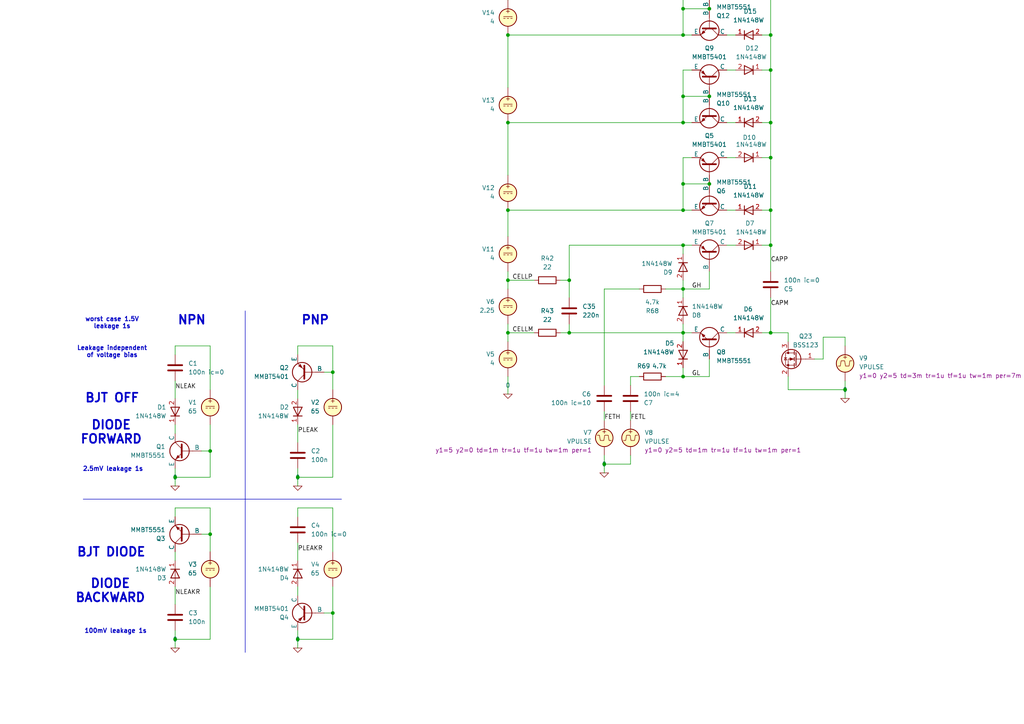
<source format=kicad_sch>
(kicad_sch (version 20250114) (generator "eeschema") (generator_version "9.0")
  (paper "A4")
  (text "DIODE\nFORWARD" (at 32.258 125.476 0) (effects (font (size 2.54 2.54) (thickness 0.508) (bold yes))))
  (text "100mV leakage 1s" (at 33.528 183.134 0) (effects (font (size 1.27 1.27) (thickness 0.254) (bold yes))))
  (text "BJT DIODE" (at 32.258 160.274 0) (effects (font (size 2.54 2.54) (thickness 0.508) (bold yes))))
  (text "DIODE\nBACKWARD" (at 32.004 171.45 0) (effects (font (size 2.54 2.54) (thickness 0.508) (bold yes))))
  (text "2.5mV leakage 1s" (at 32.766 136.144 0) (effects (font (size 1.27 1.27) (thickness 0.254) (bold yes))))
  (text "worst case 1.5V\nleakage 1s" (at 32.512 93.726 0) (effects (font (size 1.27 1.27) (thickness 0.254) (bold yes))))
  (text "BJT OFF" (at 32.512 115.57 0) (effects (font (size 2.54 2.54) (thickness 0.508) (bold yes))))
  (text "NPN" (at 55.626 92.964 0) (effects (font (size 2.54 2.54) (thickness 0.508) (bold yes))))
  (text "Leakage independent\nof voltage bias" (at 32.512 102.108 0) (effects (font (size 1.27 1.27) (thickness 0.254) (bold yes))))
  (text "PNP" (at 91.44 92.964 0) (effects (font (size 2.54 2.54) (thickness 0.508) (bold yes))))
  (junction (at 223.52 -15.24))
  (junction (at 198.12 -91.44))
  (junction (at 147.32 -66.04))
  (junction (at 198.12 -73.66))
  (junction (at 165.1 96.52))
  (junction (at 198.12 -40.64))
  (junction (at 198.12 -15.24))
  (junction (at 205.74 -99.06))
  (junction (at 223.52 -116.84))
  (junction (at 198.12 53.34))
  (junction (at 198.12 71.12))
  (junction (at 198.12 109.22))
  (junction (at 223.52 -40.64))
  (junction (at 198.12 83.82))
  (junction (at 223.52 -30.48))
  (junction (at 205.74 -48.26))
  (junction (at 147.32 35.56))
  (junction (at 198.12 10.16))
  (junction (at 223.52 -55.88))
  (junction (at 205.74 -22.86))
  (junction (at 198.12 96.52))
  (junction (at 147.32 -15.24))
  (junction (at 223.52 -106.68))
  (junction (at 205.74 27.94))
  (junction (at 198.12 -48.26))
  (junction (at 96.52 107.95))
  (junction (at 245.11 113.03))
  (junction (at 223.52 -91.44))
  (junction (at 86.36 185.42))
  (junction (at 205.74 -124.46))
  (junction (at 198.12 2.54))
  (junction (at 223.52 -66.04))
  (junction (at 50.8 138.43))
  (junction (at 198.12 -66.04))
  (junction (at 198.12 35.56))
  (junction (at 60.96 130.81))
  (junction (at 198.12 -22.86))
  (junction (at 198.12 -99.06))
  (junction (at 223.52 60.96))
  (junction (at 223.52 10.16))
  (junction (at 198.12 27.94))
  (junction (at 60.96 154.94))
  (junction (at 223.52 35.56))
  (junction (at 223.52 20.32))
  (junction (at 223.52 45.72))
  (junction (at 147.32 60.96))
  (junction (at 223.52 96.52))
  (junction (at 223.52 -5.08))
  (junction (at 198.12 -124.46))
  (junction (at 223.52 -81.28))
  (junction (at 147.32 -91.44))
  (junction (at 147.32 10.16))
  (junction (at 205.74 2.54))
  (junction (at 223.52 71.12))
  (junction (at 205.74 -73.66))
  (junction (at 50.8 185.42))
  (junction (at 198.12 -116.84))
  (junction (at 175.26 134.62))
  (junction (at 147.32 81.28))
  (junction (at 86.36 138.43))
  (junction (at 205.74 53.34))
  (junction (at 165.1 81.28))
  (junction (at 147.32 96.52))
  (junction (at 96.52 177.8))
  (junction (at 198.12 60.96))
  (junction (at 147.32 -40.64))
  (wire (pts (xy 50.8 182.88) (xy 50.8 185.42)))
  (wire (pts (xy 200.66 -40.64) (xy 198.12 -40.64)))
  (wire (pts (xy 198.12 -22.86) (xy 205.74 -22.86)))
  (wire (pts (xy 200.66 -66.04) (xy 198.12 -66.04)))
  (wire (pts (xy 198.12 -55.88) (xy 200.66 -55.88)))
  (wire (pts (xy 198.12 -116.84) (xy 198.12 -124.46)))
  (wire (pts (xy 220.98 -15.24) (xy 223.52 -15.24)))
  (wire (pts (xy 86.36 100.33) (xy 86.36 102.87)))
  (wire (pts (xy 198.12 -66.04) (xy 198.12 -73.66)))
  (wire (pts (xy 223.52 -106.68) (xy 223.52 -91.44)))
  (wire (pts (xy 60.96 185.42) (xy 60.96 170.18)))
  (wire (pts (xy 198.12 71.12) (xy 198.12 73.66)))
  (wire (pts (xy 147.32 96.52) (xy 154.94 96.52)))
  (wire (pts (xy 198.12 53.34) (xy 205.74 53.34)))
  (wire (pts (xy 165.1 71.12) (xy 165.1 81.28)))
  (wire (pts (xy 220.98 -81.28) (xy 223.52 -81.28)))
  (wire (pts (xy 200.66 -116.84) (xy 198.12 -116.84)))
  (wire (pts (xy 50.8 110.49) (xy 50.8 115.57)))
  (wire (pts (xy 198.12 -106.68) (xy 200.66 -106.68)))
  (wire (pts (xy 60.96 138.43) (xy 60.96 130.81)))
  (wire (pts (xy 223.52 78.74) (xy 223.52 71.12)))
  (wire (pts (xy 198.12 81.28) (xy 198.12 83.82)))
  (wire (pts (xy 238.76 104.14) (xy 238.76 97.79)))
  (wire (pts (xy 220.98 10.16) (xy 223.52 10.16)))
  (wire (pts (xy 198.12 109.22) (xy 205.74 109.22)))
  (wire (pts (xy 165.1 96.52) (xy 165.1 93.98)))
  (wire (pts (xy 147.32 35.56) (xy 198.12 35.56)))
  (wire (pts (xy 165.1 71.12) (xy 198.12 71.12)))
  (wire (pts (xy 200.66 60.96) (xy 198.12 60.96)))
  (wire (pts (xy 210.82 -116.84) (xy 213.36 -116.84)))
  (wire (pts (xy 223.52 10.16) (xy 223.52 20.32)))
  (wire (pts (xy 147.32 -66.04) (xy 198.12 -66.04)))
  (wire (pts (xy 210.82 -91.44) (xy 213.36 -91.44)))
  (wire (pts (xy 198.12 10.16) (xy 198.12 2.54)))
  (wire (pts (xy 210.82 60.96) (xy 213.36 60.96)))
  (wire (pts (xy 50.8 160.02) (xy 50.8 162.56)))
  (wire (pts (xy 220.98 -66.04) (xy 223.52 -66.04)))
  (wire (pts (xy 220.98 -30.48) (xy 223.52 -30.48)))
  (wire (pts (xy 210.82 -30.48) (xy 213.36 -30.48)))
  (wire (pts (xy 220.98 -116.84) (xy 223.52 -116.84)))
  (wire (pts (xy 198.12 -15.24) (xy 198.12 -22.86)))
  (wire (pts (xy 182.88 109.22) (xy 185.42 109.22)))
  (wire (pts (xy 175.26 83.82) (xy 185.42 83.82)))
  (wire (pts (xy 96.52 147.32) (xy 96.52 160.02)))
  (wire (pts (xy 223.52 -55.88) (xy 223.52 -40.64)))
  (wire (pts (xy 198.12 -132.08) (xy 198.12 -124.46)))
  (wire (pts (xy 147.32 10.16) (xy 198.12 10.16)))
  (wire (pts (xy 198.12 27.94) (xy 205.74 27.94)))
  (wire (pts (xy 198.12 -48.26) (xy 205.74 -48.26)))
  (wire (pts (xy 245.11 110.49) (xy 245.11 113.03)))
  (wire (pts (xy 223.52 -30.48) (xy 223.52 -15.24)))
  (wire (pts (xy 200.66 10.16) (xy 198.12 10.16)))
  (wire (pts (xy 86.36 157.48) (xy 86.36 162.56)))
  (wire (pts (xy 198.12 -81.28) (xy 200.66 -81.28)))
  (wire (pts (xy 245.11 113.03) (xy 228.6 113.03)))
  (wire (pts (xy 210.82 -15.24) (xy 213.36 -15.24)))
  (wire (pts (xy 238.76 97.79) (xy 245.11 97.79)))
  (wire (pts (xy 210.82 -132.08) (xy 213.36 -132.08)))
  (wire (pts (xy 198.12 -132.08) (xy 200.66 -132.08)))
  (wire (pts (xy 175.26 83.82) (xy 175.26 111.76)))
  (wire (pts (xy 96.52 177.8) (xy 96.52 170.18)))
  (wire (pts (xy 220.98 -40.64) (xy 223.52 -40.64)))
  (wire (pts (xy 210.82 96.52) (xy 213.36 96.52)))
  (wire (pts (xy 220.98 20.32) (xy 223.52 20.32)))
  (wire (pts (xy 198.12 83.82) (xy 205.74 83.82)))
  (wire (pts (xy 220.98 60.96) (xy 223.52 60.96)))
  (wire (pts (xy 147.32 96.52) (xy 147.32 99.06)))
  (wire (pts (xy 93.98 177.8) (xy 96.52 177.8)))
  (wire (pts (xy 223.52 -91.44) (xy 223.52 -81.28)))
  (wire (pts (xy 223.52 -40.64) (xy 223.52 -30.48)))
  (wire (pts (xy 50.8 170.18) (xy 50.8 175.26)))
  (wire (pts (xy 223.52 35.56) (xy 223.52 45.72)))
  (wire (pts (xy 223.52 20.32) (xy 223.52 35.56)))
  (wire (pts (xy 200.66 -91.44) (xy 198.12 -91.44)))
  (wire (pts (xy 165.1 81.28) (xy 165.1 86.36)))
  (wire (pts (xy 96.52 107.95) (xy 96.52 113.03)))
  (wire (pts (xy 205.74 109.22) (xy 205.74 104.14)))
  (wire (pts (xy 60.96 100.33) (xy 50.8 100.33)))
  (wire (pts (xy 198.12 -91.44) (xy 198.12 -99.06)))
  (wire (pts (xy 86.36 147.32) (xy 86.36 149.86)))
  (wire (pts (xy 223.52 96.52) (xy 228.6 96.52)))
  (wire (pts (xy 210.82 -5.08) (xy 213.36 -5.08)))
  (wire (pts (xy 147.32 60.96) (xy 147.32 68.58)))
  (wire (pts (xy 198.12 -106.68) (xy 198.12 -99.06)))
  (wire (pts (xy 198.12 -40.64) (xy 198.12 -48.26)))
  (wire (pts (xy 147.32 -91.44) (xy 147.32 -76.2)))
  (wire (pts (xy 86.36 185.42) (xy 96.52 185.42)))
  (wire (pts (xy 147.32 60.96) (xy 198.12 60.96)))
  (wire (pts (xy 198.12 96.52) (xy 198.12 99.06)))
  (wire (pts (xy 50.8 185.42) (xy 50.8 187.96)))
  (wire (pts (xy 220.98 -55.88) (xy 223.52 -55.88)))
  (wire (pts (xy 147.32 10.16) (xy 147.32 25.4)))
  (wire (pts (xy 198.12 96.52) (xy 198.12 93.98)))
  (wire (pts (xy 198.12 106.68) (xy 198.12 109.22)))
  (wire (pts (xy 198.12 -5.08) (xy 198.12 2.54)))
  (wire (pts (xy 223.52 -5.08) (xy 223.52 10.16)))
  (wire (pts (xy 50.8 185.42) (xy 60.96 185.42)))
  (wire (pts (xy 223.52 -81.28) (xy 223.52 -66.04)))
  (wire (pts (xy 86.36 185.42) (xy 86.36 187.96)))
  (wire (pts (xy 210.82 20.32) (xy 213.36 20.32)))
  (wire (pts (xy 96.52 138.43) (xy 96.52 123.19)))
  (wire (pts (xy 147.32 -116.84) (xy 147.32 -101.6)))
  (wire (pts (xy 86.36 123.19) (xy 86.36 128.27)))
  (wire (pts (xy 220.98 -106.68) (xy 223.52 -106.68)))
  (wire (pts (xy 86.36 138.43) (xy 96.52 138.43)))
  (wire (pts (xy 210.82 45.72) (xy 213.36 45.72)))
  (wire (pts (xy 205.74 83.82) (xy 205.74 78.74)))
  (wire (pts (xy 198.12 35.56) (xy 198.12 27.94)))
  (wire (pts (xy 60.96 100.33) (xy 60.96 113.03)))
  (wire (pts (xy 58.42 154.94) (xy 60.96 154.94)))
  (wire (pts (xy 220.98 -91.44) (xy 223.52 -91.44)))
  (wire (pts (xy 175.26 134.62) (xy 175.26 132.08)))
  (wire (pts (xy 96.52 147.32) (xy 86.36 147.32)))
  (wire (pts (xy 147.32 -15.24) (xy 147.32 0)))
  (wire (pts (xy 147.32 -40.64) (xy 147.32 -25.4)))
  (wire (pts (xy 236.22 104.14) (xy 238.76 104.14)))
  (wire (pts (xy 60.96 154.94) (xy 60.96 160.02)))
  (wire (pts (xy 50.8 100.33) (xy 50.8 102.87)))
  (wire (pts (xy 198.12 -55.88) (xy 198.12 -48.26)))
  (wire (pts (xy 198.12 -81.28) (xy 198.12 -73.66)))
  (wire (pts (xy 165.1 81.28) (xy 162.56 81.28)))
  (wire (pts (xy 147.32 -15.24) (xy 198.12 -15.24)))
  (wire (pts (xy 60.96 147.32) (xy 60.96 154.94)))
  (wire (pts (xy 210.82 35.56) (xy 213.36 35.56)))
  (wire (pts (xy 50.8 147.32) (xy 50.8 149.86)))
  (wire (pts (xy 147.32 -91.44) (xy 198.12 -91.44)))
  (wire (pts (xy 96.52 107.95) (xy 96.52 100.33)))
  (wire (pts (xy 220.98 -132.08) (xy 223.52 -132.08)))
  (wire (pts (xy 198.12 -99.06) (xy 205.74 -99.06)))
  (wire (pts (xy 162.56 96.52) (xy 165.1 96.52)))
  (wire (pts (xy 228.6 96.52) (xy 228.6 99.06)))
  (wire (pts (xy 165.1 96.52) (xy 198.12 96.52)))
  (polyline (pts (xy 24.13 144.78) (xy 99.06 144.78)))
  (wire (pts (xy 220.98 45.72) (xy 223.52 45.72)))
  (wire (pts (xy 210.82 10.16) (xy 213.36 10.16)))
  (wire (pts (xy 86.36 182.88) (xy 86.36 185.42)))
  (wire (pts (xy 210.82 71.12) (xy 213.36 71.12)))
  (wire (pts (xy 50.8 135.89) (xy 50.8 138.43)))
  (wire (pts (xy 198.12 45.72) (xy 200.66 45.72)))
  (wire (pts (xy 220.98 35.56) (xy 223.52 35.56)))
  (wire (pts (xy 193.04 109.22) (xy 198.12 109.22)))
  (wire (pts (xy 50.8 138.43) (xy 60.96 138.43)))
  (wire (pts (xy 200.66 -15.24) (xy 198.12 -15.24)))
  (wire (pts (xy 147.32 78.74) (xy 147.32 81.28)))
  (wire (pts (xy 223.52 -66.04) (xy 223.52 -55.88)))
  (wire (pts (xy 198.12 20.32) (xy 198.12 27.94)))
  (wire (pts (xy 86.36 170.18) (xy 86.36 172.72)))
  (wire (pts (xy 175.26 134.62) (xy 182.88 134.62)))
  (wire (pts (xy 198.12 71.12) (xy 200.66 71.12)))
  (wire (pts (xy 223.52 96.52) (xy 223.52 86.36)))
  (wire (pts (xy 193.04 83.82) (xy 198.12 83.82)))
  (wire (pts (xy 210.82 -55.88) (xy 213.36 -55.88)))
  (wire (pts (xy 223.52 60.96) (xy 223.52 71.12)))
  (wire (pts (xy 200.66 96.52) (xy 198.12 96.52)))
  (wire (pts (xy 220.98 96.52) (xy 223.52 96.52)))
  (wire (pts (xy 210.82 -106.68) (xy 213.36 -106.68)))
  (wire (pts (xy 198.12 -30.48) (xy 198.12 -22.86)))
  (wire (pts (xy 147.32 -66.04) (xy 147.32 -50.8)))
  (wire (pts (xy 86.36 138.43) (xy 86.36 140.97)))
  (wire (pts (xy 147.32 35.56) (xy 147.32 50.8)))
  (wire (pts (xy 245.11 113.03) (xy 245.11 115.57)))
  (wire (pts (xy 223.52 -116.84) (xy 223.52 -106.68)))
  (wire (pts (xy 58.42 130.81) (xy 60.96 130.81)))
  (wire (pts (xy 200.66 35.56) (xy 198.12 35.56)))
  (wire (pts (xy 175.26 134.62) (xy 175.26 137.16)))
  (wire (pts (xy 147.32 -40.64) (xy 198.12 -40.64)))
  (wire (pts (xy 198.12 45.72) (xy 198.12 53.34)))
  (wire (pts (xy 198.12 -124.46) (xy 205.74 -124.46)))
  (wire (pts (xy 147.32 81.28) (xy 147.32 83.82)))
  (wire (pts (xy 198.12 -30.48) (xy 200.66 -30.48)))
  (wire (pts (xy 198.12 86.36) (xy 198.12 83.82)))
  (wire (pts (xy 96.52 100.33) (xy 86.36 100.33)))
  (wire (pts (xy 198.12 -73.66) (xy 205.74 -73.66)))
  (wire (pts (xy 50.8 123.19) (xy 50.8 125.73)))
  (wire (pts (xy 228.6 113.03) (xy 228.6 109.22)))
  (wire (pts (xy 198.12 20.32) (xy 200.66 20.32)))
  (wire (pts (xy 60.96 147.32) (xy 50.8 147.32)))
  (wire (pts (xy 60.96 130.81) (xy 60.96 123.19)))
  (wire (pts (xy 210.82 -66.04) (xy 213.36 -66.04)))
  (wire (pts (xy 93.98 107.95) (xy 96.52 107.95)))
  (wire (pts (xy 220.98 -5.08) (xy 223.52 -5.08)))
  (wire (pts (xy 210.82 -40.64) (xy 213.36 -40.64)))
  (wire (pts (xy 220.98 71.12) (xy 223.52 71.12)))
  (wire (pts (xy 50.8 138.43) (xy 50.8 140.97)))
  (polyline (pts (xy 71.12 90.17) (xy 71.12 189.23)))
  (wire (pts (xy 86.36 113.03) (xy 86.36 115.57)))
  (wire (pts (xy 175.26 119.38) (xy 175.26 121.92)))
  (wire (pts (xy 147.32 93.98) (xy 147.32 96.52)))
  (wire (pts (xy 147.32 81.28) (xy 154.94 81.28)))
  (wire (pts (xy 223.52 -15.24) (xy 223.52 -5.08)))
  (wire (pts (xy 147.32 -116.84) (xy 198.12 -116.84)))
  (wire (pts (xy 223.52 45.72) (xy 223.52 60.96)))
  (wire (pts (xy 198.12 2.54) (xy 205.74 2.54)))
  (wire (pts (xy 198.12 -5.08) (xy 200.66 -5.08)))
  (wire (pts (xy 147.32 109.22) (xy 147.32 114.3)))
  (wire (pts (xy 245.11 97.79) (xy 245.11 100.33)))
  (wire (pts (xy 182.88 119.38) (xy 182.88 121.92)))
  (wire (pts (xy 96.52 185.42) (xy 96.52 177.8)))
  (wire (pts (xy 182.88 111.76) (xy 182.88 109.22)))
  (wire (pts (xy 223.52 -132.08) (xy 223.52 -116.84)))
  (wire (pts (xy 210.82 -81.28) (xy 213.36 -81.28)))
  (wire (pts (xy 86.36 135.89) (xy 86.36 138.43)))
  (wire (pts (xy 198.12 60.96) (xy 198.12 53.34)))
  (wire (pts (xy 182.88 134.62) (xy 182.88 132.08)))
  (label "GH" (at 200.66 83.82 0) (effects (font (thickness 0.1588))))
  (label "NLEAKR" (at 50.8 172.72 0))
  (label "PLEAKR" (at 86.36 160.02 0))
  (label "CAPP" (at 223.52 76.2 0) (effects (font (thickness 0.1588))))
  (label "PLEAK" (at 86.36 125.73 0))
  (label "CELLM" (at 148.59 96.52 0))
  (label "GL" (at 200.66 109.22 0) (effects (font (thickness 0.1588))))
  (label "CELLP" (at 148.59 81.28 0))
  (label "FETH" (at 175.26 121.92 0) (effects (font (thickness 0.1588))))
  (label "FETL" (at 182.88 121.92 0) (effects (font (thickness 0.1588))))
  (label "NLEAK" (at 50.8 113.03 0))
  (label "CAPM" (at 223.52 88.9 0) (effects (font (thickness 0.1588))))
  (symbol (lib_id "Simulation_SPICE:NPN") (at 205.74 33.02 270) (unit 1)
    (property "Reference" "Q10" (at 207.772 29.972 90) (effects (justify left)))
    (property "Value" "MMBT5551" (at 207.772 27.432 90) (effects (justify left)))
    (property "Datasheet" "https://ngspice.sourceforge.io/docs/ngspice-html-manual/manual.xhtml#cha_BJTs" (effects (hide yes)))
    (property "Description" "Bipolar transistor symbol for simulation only, substrate tied to the emitter" (effects (hide yes)))
    (property "Sim.Device" "NPN" (effects (hide yes)))
    (property "Sim.Type" "GUMMELPOON" (effects (hide yes)))
    (property "Sim.Pins" "1=C 2=B 3=E" (effects (hide yes)))
    (property "Sim.Library" "/home/miguel/Projects/kicad-lib/spice/mmbt5551.spice" (effects (hide yes)))
    (property "Sim.Name" "MMBT5551" (effects (hide yes)))
  )
  (symbol (lib_id "Simulation_SPICE:D") (at 217.17 -91.44 0) (mirror x) (unit 1)
    (property "Reference" "D23" (at 215.646 -98.298 0) (effects (justify left)))
    (property "Value" "1N4148W" (at 212.598 -95.758 0) (effects (justify left)))
    (property "Datasheet" "https://ngspice.sourceforge.io/docs/ngspice-html-manual/manual.xhtml#cha_DIODEs" (effects (hide yes)))
    (property "Description" "Diode for simulation or PCB" (effects (hide yes)))
    (property "Sim.Library" "/home/miguel/Projects/kicad-lib/spice/1n4148w.spice" (effects (hide yes)))
    (property "Sim.Name" "1N4148W" (effects (hide yes)))
    (property "Sim.Device" "D" (effects (hide yes)))
    (property "Sim.Pins" "1=K 2=A" (effects (hide yes)))
  )
  (symbol (lib_id "Simulation_SPICE:PNP") (at 205.74 -104.14 270) (mirror x) (unit 1)
    (property "Reference" "Q19" (at 205.74 -113.03 90))
    (property "Value" "MMBT5401" (at 205.74 -110.49 90))
    (property "Datasheet" "https://ngspice.sourceforge.io/docs/ngspice-html-manual/manual.xhtml#cha_BJTs" (effects (hide yes)))
    (property "Description" "Bipolar transistor symbol for simulation only, substrate tied to the emitter" (effects (hide yes)))
    (property "Sim.Device" "PNP" (effects (hide yes)))
    (property "Sim.Type" "GUMMELPOON" (effects (hide yes)))
    (property "Sim.Pins" "1=C 2=B 3=E" (effects (hide yes)))
    (property "Sim.Library" "/home/miguel/Projects/kicad-lib/spice/mmbt5401.spice" (effects (hide yes)))
    (property "Sim.Name" "MMBT5401" (effects (hide yes)))
  )
  (symbol (lib_id "Simulation_SPICE:D") (at 217.17 20.32 0) (mirror y) (unit 1)
    (property "Reference" "D12" (at 216.154 13.97 0) (effects (justify right)))
    (property "Value" "1N4148W" (at 213.36 16.51 0) (effects (justify right)))
    (property "Datasheet" "https://ngspice.sourceforge.io/docs/ngspice-html-manual/manual.xhtml#cha_DIODEs" (effects (hide yes)))
    (property "Description" "Diode for simulation or PCB" (effects (hide yes)))
    (property "Sim.Library" "/home/miguel/Projects/kicad-lib/spice/1n4148w.spice" (effects (hide yes)))
    (property "Sim.Name" "1N4148W" (effects (hide yes)))
    (property "Sim.Device" "D" (effects (hide yes)))
    (property "Sim.Pins" "1=K 2=A" (effects (hide yes)))
  )
  (symbol (lib_id "Simulation_SPICE:0") (at 147.32 114.3 0) (unit 1)
    (property "Reference" "#GND05" (effects (hide yes)))
    (property "Value" "0" (at 147.32 111.76 0))
    (property "Datasheet" "https://ngspice.sourceforge.io/docs/ngspice-html-manual/manual.xhtml#subsec_Circuit_elements__device" (effects (hide yes)))
    (property "Description" "0V reference potential for simulation" (effects (hide yes)))
  )
  (symbol (lib_id "Simulation_SPICE:PNP") (at 205.74 22.86 270) (mirror x) (unit 1)
    (property "Reference" "Q9" (at 205.74 13.97 90))
    (property "Value" "MMBT5401" (at 205.74 16.51 90))
    (property "Datasheet" "https://ngspice.sourceforge.io/docs/ngspice-html-manual/manual.xhtml#cha_BJTs" (effects (hide yes)))
    (property "Description" "Bipolar transistor symbol for simulation only, substrate tied to the emitter" (effects (hide yes)))
    (property "Sim.Device" "PNP" (effects (hide yes)))
    (property "Sim.Type" "GUMMELPOON" (effects (hide yes)))
    (property "Sim.Pins" "1=C 2=B 3=E" (effects (hide yes)))
    (property "Sim.Library" "/home/miguel/Projects/kicad-lib/spice/mmbt5401.spice" (effects (hide yes)))
    (property "Sim.Name" "MMBT5401" (effects (hide yes)))
  )
  (symbol (lib_id "Simulation_SPICE:D") (at 198.12 102.87 270) (mirror x) (unit 1)
    (property "Reference" "D5" (at 195.58 99.568 90) (effects (justify right)))
    (property "Value" "1N4148W" (at 195.58 102.108 90) (effects (justify right)))
    (property "Datasheet" "https://ngspice.sourceforge.io/docs/ngspice-html-manual/manual.xhtml#cha_DIODEs" (effects (hide yes)))
    (property "Description" "Diode for simulation or PCB" (effects (hide yes)))
    (property "Sim.Library" "/home/miguel/Projects/kicad-lib/spice/1n4148w.spice" (effects (hide yes)))
    (property "Sim.Name" "1N4148W" (effects (hide yes)))
    (property "Sim.Device" "D" (effects (hide yes)))
    (property "Sim.Pins" "1=K 2=A" (effects (hide yes)))
  )
  (symbol (lib_id "Simulation_SPICE:NPN") (at 205.74 -68.58 270) (unit 1)
    (property "Reference" "Q18" (at 207.772 -71.628 90) (effects (justify left)))
    (property "Value" "MMBT5551" (at 207.772 -74.168 90) (effects (justify left)))
    (property "Datasheet" "https://ngspice.sourceforge.io/docs/ngspice-html-manual/manual.xhtml#cha_BJTs" (effects (hide yes)))
    (property "Description" "Bipolar transistor symbol for simulation only, substrate tied to the emitter" (effects (hide yes)))
    (property "Sim.Device" "NPN" (effects (hide yes)))
    (property "Sim.Type" "GUMMELPOON" (effects (hide yes)))
    (property "Sim.Pins" "1=C 2=B 3=E" (effects (hide yes)))
    (property "Sim.Library" "/home/miguel/Projects/kicad-lib/spice/mmbt5551.spice" (effects (hide yes)))
    (property "Sim.Name" "MMBT5551" (effects (hide yes)))
  )
  (symbol (lib_id "Simulation_SPICE:NPN") (at 205.74 7.62 270) (unit 1)
    (property "Reference" "Q12" (at 207.772 4.572 90) (effects (justify left)))
    (property "Value" "MMBT5551" (at 207.772 2.032 90) (effects (justify left)))
    (property "Datasheet" "https://ngspice.sourceforge.io/docs/ngspice-html-manual/manual.xhtml#cha_BJTs" (effects (hide yes)))
    (property "Description" "Bipolar transistor symbol for simulation only, substrate tied to the emitter" (effects (hide yes)))
    (property "Sim.Device" "NPN" (effects (hide yes)))
    (property "Sim.Type" "GUMMELPOON" (effects (hide yes)))
    (property "Sim.Pins" "1=C 2=B 3=E" (effects (hide yes)))
    (property "Sim.Library" "/home/miguel/Projects/kicad-lib/spice/mmbt5551.spice" (effects (hide yes)))
    (property "Sim.Name" "MMBT5551" (effects (hide yes)))
  )
  (symbol (lib_id "Simulation_SPICE:PNP") (at 88.9 177.8 0) (mirror y) (unit 1)
    (property "Reference" "Q4" (at 83.82 179.0701 0) (effects (justify left)))
    (property "Value" "MMBT5401" (at 83.82 176.5301 0) (effects (justify left)))
    (property "Datasheet" "https://ngspice.sourceforge.io/docs/ngspice-html-manual/manual.xhtml#cha_BJTs" (effects (hide yes)))
    (property "Description" "Bipolar transistor symbol for simulation only, substrate tied to the emitter" (effects (hide yes)))
    (property "Sim.Device" "PNP" (effects (hide yes)))
    (property "Sim.Type" "GUMMELPOON" (effects (hide yes)))
    (property "Sim.Pins" "1=C 2=B 3=E" (effects (hide yes)))
    (property "Sim.Library" "/home/miguel/Projects/kicad-lib/spice/mmbt5401.spice" (effects (hide yes)))
    (property "Sim.Name" "MMBT5401" (effects (hide yes)))
    (property "Sim.Params" "temp=25" (effects (hide yes)))
  )
  (symbol (lib_id "Simulation_SPICE:VDC") (at 60.96 165.1 0) (mirror y) (unit 1)
    (property "Reference" "V3" (at 57.15 163.7001 0) (effects (justify left)))
    (property "Value" "65" (at 57.15 166.2401 0) (effects (justify left)))
    (property "Datasheet" "https://ngspice.sourceforge.io/docs/ngspice-html-manual/manual.xhtml#sec_Independent_Sources_for" (effects (hide yes)))
    (property "Description" "Voltage source, DC" (effects (hide yes)))
    (property "Sim.Pins" "1=+ 2=-" (effects (hide yes)))
    (property "Sim.Type" "DC" (effects (hide yes)))
    (property "Sim.Device" "V" (effects (hide yes)))
  )
  (symbol (lib_id "Simulation_SPICE:D") (at 217.17 10.16 0) (mirror x) (unit 1)
    (property "Reference" "D15" (at 215.646 3.302 0) (effects (justify left)))
    (property "Value" "1N4148W" (at 212.598 5.842 0) (effects (justify left)))
    (property "Datasheet" "https://ngspice.sourceforge.io/docs/ngspice-html-manual/manual.xhtml#cha_DIODEs" (effects (hide yes)))
    (property "Description" "Diode for simulation or PCB" (effects (hide yes)))
    (property "Sim.Library" "/home/miguel/Projects/kicad-lib/spice/1n4148w.spice" (effects (hide yes)))
    (property "Sim.Name" "1N4148W" (effects (hide yes)))
    (property "Sim.Device" "D" (effects (hide yes)))
    (property "Sim.Pins" "1=K 2=A" (effects (hide yes)))
  )
  (symbol (lib_id "Simulation_SPICE:0") (at 50.8 140.97 0) (unit 1)
    (property "Reference" "#GND01" (effects (hide yes)))
    (property "Value" "0" (at 50.8 138.43 0))
    (property "Datasheet" "https://ngspice.sourceforge.io/docs/ngspice-html-manual/manual.xhtml#subsec_Circuit_elements__device" (effects (hide yes)))
    (property "Description" "0V reference potential for simulation" (effects (hide yes)))
  )
  (symbol (lib_id "Simulation_SPICE:D") (at 217.17 -5.08 0) (mirror y) (unit 1)
    (property "Reference" "D14" (at 216.154 -11.43 0) (effects (justify right)))
    (property "Value" "1N4148W" (at 213.36 -8.89 0) (effects (justify right)))
    (property "Datasheet" "https://ngspice.sourceforge.io/docs/ngspice-html-manual/manual.xhtml#cha_DIODEs" (effects (hide yes)))
    (property "Description" "Diode for simulation or PCB" (effects (hide yes)))
    (property "Sim.Library" "/home/miguel/Projects/kicad-lib/spice/1n4148w.spice" (effects (hide yes)))
    (property "Sim.Name" "1N4148W" (effects (hide yes)))
    (property "Sim.Device" "D" (effects (hide yes)))
    (property "Sim.Pins" "1=K 2=A" (effects (hide yes)))
  )
  (symbol (lib_id "Simulation_SPICE:D") (at 217.17 -132.08 0) (mirror y) (unit 1)
    (property "Reference" "D24" (at 216.154 -138.43 0) (effects (justify right)))
    (property "Value" "1N4148W" (at 213.36 -135.89 0) (effects (justify right)))
    (property "Datasheet" "https://ngspice.sourceforge.io/docs/ngspice-html-manual/manual.xhtml#cha_DIODEs" (effects (hide yes)))
    (property "Description" "Diode for simulation or PCB" (effects (hide yes)))
    (property "Sim.Library" "/home/miguel/Projects/kicad-lib/spice/1n4148w.spice" (effects (hide yes)))
    (property "Sim.Name" "1N4148W" (effects (hide yes)))
    (property "Sim.Device" "D" (effects (hide yes)))
    (property "Sim.Pins" "1=K 2=A" (effects (hide yes)))
  )
  (symbol (lib_id "Simulation_SPICE:PNP") (at 88.9 107.95 180) (unit 1)
    (property "Reference" "Q2" (at 83.82 106.6799 0) (effects (justify left)))
    (property "Value" "MMBT5401" (at 83.82 109.2199 0) (effects (justify left)))
    (property "Datasheet" "https://ngspice.sourceforge.io/docs/ngspice-html-manual/manual.xhtml#cha_BJTs" (effects (hide yes)))
    (property "Description" "Bipolar transistor symbol for simulation only, substrate tied to the emitter" (effects (hide yes)))
    (property "Sim.Device" "PNP" (effects (hide yes)))
    (property "Sim.Type" "GUMMELPOON" (effects (hide yes)))
    (property "Sim.Pins" "1=C 2=B 3=E" (effects (hide yes)))
    (property "Sim.Library" "/home/miguel/Projects/kicad-lib/spice/mmbt5401.spice" (effects (hide yes)))
    (property "Sim.Name" "MMBT5401" (effects (hide yes)))
  )
  (symbol (lib_id "Simulation_SPICE:D") (at 217.17 -15.24 0) (mirror x) (unit 1)
    (property "Reference" "D17" (at 215.646 -22.098 0) (effects (justify left)))
    (property "Value" "1N4148W" (at 212.598 -19.558 0) (effects (justify left)))
    (property "Datasheet" "https://ngspice.sourceforge.io/docs/ngspice-html-manual/manual.xhtml#cha_DIODEs" (effects (hide yes)))
    (property "Description" "Diode for simulation or PCB" (effects (hide yes)))
    (property "Sim.Library" "/home/miguel/Projects/kicad-lib/spice/1n4148w.spice" (effects (hide yes)))
    (property "Sim.Name" "1N4148W" (effects (hide yes)))
    (property "Sim.Device" "D" (effects (hide yes)))
    (property "Sim.Pins" "1=K 2=A" (effects (hide yes)))
  )
  (symbol (lib_id "Simulation_SPICE:D") (at 217.17 -81.28 0) (mirror y) (unit 1)
    (property "Reference" "D20" (at 216.154 -87.63 0) (effects (justify right)))
    (property "Value" "1N4148W" (at 213.36 -85.09 0) (effects (justify right)))
    (property "Datasheet" "https://ngspice.sourceforge.io/docs/ngspice-html-manual/manual.xhtml#cha_DIODEs" (effects (hide yes)))
    (property "Description" "Diode for simulation or PCB" (effects (hide yes)))
    (property "Sim.Library" "/home/miguel/Projects/kicad-lib/spice/1n4148w.spice" (effects (hide yes)))
    (property "Sim.Name" "1N4148W" (effects (hide yes)))
    (property "Sim.Device" "D" (effects (hide yes)))
    (property "Sim.Pins" "1=K 2=A" (effects (hide yes)))
  )
  (symbol (lib_id "Simulation_SPICE:D") (at 198.12 90.17 90) (mirror x) (unit 1)
    (property "Reference" "D8" (at 200.66 91.4401 90) (effects (justify right)))
    (property "Value" "1N4148W" (at 200.66 88.9001 90) (effects (justify right)))
    (property "Datasheet" "https://ngspice.sourceforge.io/docs/ngspice-html-manual/manual.xhtml#cha_DIODEs" (effects (hide yes)))
    (property "Description" "Diode for simulation or PCB" (effects (hide yes)))
    (property "Sim.Library" "/home/miguel/Projects/kicad-lib/spice/1n4148w.spice" (effects (hide yes)))
    (property "Sim.Name" "1N4148W" (effects (hide yes)))
    (property "Sim.Device" "D" (effects (hide yes)))
    (property "Sim.Pins" "1=K 2=A" (effects (hide yes)))
  )
  (symbol (lib_id "Simulation_SPICE:VPULSE") (at 245.11 105.41 0) (unit 1)
    (property "Reference" "V9" (at 249.174 103.886 0) (effects (justify left)))
    (property "Value" "VPULSE" (at 249.174 106.426 0) (effects (justify left)))
    (property "Datasheet" "https://ngspice.sourceforge.io/docs/ngspice-html-manual/manual.xhtml#sec_Independent_Sources_for" (effects (hide yes)))
    (property "Description" "Voltage source, pulse" (effects (hide yes)))
    (property "Sim.Pins" "1=+ 2=-" (effects (hide yes)))
    (property "Sim.Type" "PULSE" (effects (hide yes)))
    (property "Sim.Device" "V" (effects (hide yes)))
    (property "Sim.Params" "y1=0 y2=5 td=3m tr=1u tf=1u tw=1m per=7m" (at 249.174 108.966 0) (effects (justify left)))
  )
  (symbol (lib_id "Simulation_SPICE:0") (at 245.11 115.57 0) (unit 1)
    (property "Reference" "#GND07" (effects (hide yes)))
    (property "Value" "0" (at 245.11 113.03 0))
    (property "Datasheet" "https://ngspice.sourceforge.io/docs/ngspice-html-manual/manual.xhtml#subsec_Circuit_elements__device" (effects (hide yes)))
    (property "Description" "0V reference potential for simulation" (effects (hide yes)))
  )
  (symbol (lib_id "Simulation_SPICE:NPN") (at 205.74 -43.18 270) (unit 1)
    (property "Reference" "Q16" (at 207.772 -46.228 90) (effects (justify left)))
    (property "Value" "MMBT5551" (at 207.772 -48.768 90) (effects (justify left)))
    (property "Datasheet" "https://ngspice.sourceforge.io/docs/ngspice-html-manual/manual.xhtml#cha_BJTs" (effects (hide yes)))
    (property "Description" "Bipolar transistor symbol for simulation only, substrate tied to the emitter" (effects (hide yes)))
    (property "Sim.Device" "NPN" (effects (hide yes)))
    (property "Sim.Type" "GUMMELPOON" (effects (hide yes)))
    (property "Sim.Pins" "1=C 2=B 3=E" (effects (hide yes)))
    (property "Sim.Library" "/home/miguel/Projects/kicad-lib/spice/mmbt5551.spice" (effects (hide yes)))
    (property "Sim.Name" "MMBT5551" (effects (hide yes)))
  )
  (symbol (lib_id "Simulation_SPICE:NPN") (at 205.74 -93.98 270) (unit 1)
    (property "Reference" "Q20" (at 207.772 -97.028 90) (effects (justify left)))
    (property "Value" "MMBT5551" (at 207.772 -99.568 90) (effects (justify left)))
    (property "Datasheet" "https://ngspice.sourceforge.io/docs/ngspice-html-manual/manual.xhtml#cha_BJTs" (effects (hide yes)))
    (property "Description" "Bipolar transistor symbol for simulation only, substrate tied to the emitter" (effects (hide yes)))
    (property "Sim.Device" "NPN" (effects (hide yes)))
    (property "Sim.Type" "GUMMELPOON" (effects (hide yes)))
    (property "Sim.Pins" "1=C 2=B 3=E" (effects (hide yes)))
    (property "Sim.Library" "/home/miguel/Projects/kicad-lib/spice/mmbt5551.spice" (effects (hide yes)))
    (property "Sim.Name" "MMBT5551" (effects (hide yes)))
  )
  (symbol (lib_id "Simulation_SPICE:0") (at 175.26 137.16 0) (unit 1)
    (property "Reference" "#GND06" (effects (hide yes)))
    (property "Value" "0" (at 175.26 134.62 0))
    (property "Datasheet" "https://ngspice.sourceforge.io/docs/ngspice-html-manual/manual.xhtml#subsec_Circuit_elements__device" (effects (hide yes)))
    (property "Description" "0V reference potential for simulation" (effects (hide yes)))
  )
  (symbol (lib_id "Device:C") (at 86.36 153.67 0) (unit 1)
    (property "Reference" "C4" (at 90.17 152.3999 0) (effects (justify left)))
    (property "Value" "100n ic=0" (at 90.17 154.9399 0) (effects (justify left)))
    (property "Description" "Unpolarized capacitor" (effects (hide yes)))
  )
  (symbol (lib_id "Simulation_SPICE:NPN") (at 205.74 -119.38 270) (unit 1)
    (property "Reference" "Q22" (at 207.772 -122.428 90) (effects (justify left)))
    (property "Value" "MMBT5551" (at 207.772 -124.968 90) (effects (justify left)))
    (property "Datasheet" "https://ngspice.sourceforge.io/docs/ngspice-html-manual/manual.xhtml#cha_BJTs" (effects (hide yes)))
    (property "Description" "Bipolar transistor symbol for simulation only, substrate tied to the emitter" (effects (hide yes)))
    (property "Sim.Device" "NPN" (effects (hide yes)))
    (property "Sim.Type" "GUMMELPOON" (effects (hide yes)))
    (property "Sim.Pins" "1=C 2=B 3=E" (effects (hide yes)))
    (property "Sim.Library" "/home/miguel/Projects/kicad-lib/spice/mmbt5551.spice" (effects (hide yes)))
    (property "Sim.Name" "MMBT5551" (effects (hide yes)))
  )
  (symbol (lib_id "Simulation_SPICE:D") (at 217.17 45.72 0) (mirror y) (unit 1)
    (property "Reference" "D10" (at 215.392 39.878 0) (effects (justify right)))
    (property "Value" "1N4148W" (at 213.36 41.91 0) (effects (justify right)))
    (property "Datasheet" "https://ngspice.sourceforge.io/docs/ngspice-html-manual/manual.xhtml#cha_DIODEs" (effects (hide yes)))
    (property "Description" "Diode for simulation or PCB" (effects (hide yes)))
    (property "Sim.Library" "/home/miguel/Projects/kicad-lib/spice/1n4148w.spice" (effects (hide yes)))
    (property "Sim.Name" "1N4148W" (effects (hide yes)))
    (property "Sim.Device" "D" (effects (hide yes)))
    (property "Sim.Pins" "1=K 2=A" (effects (hide yes)))
  )
  (symbol (lib_id "Device:C") (at 50.8 179.07 0) (unit 1)
    (property "Reference" "C3" (at 54.61 177.7999 0) (effects (justify left)))
    (property "Value" "100n" (at 54.61 180.3399 0) (effects (justify left)))
    (property "Description" "Unpolarized capacitor" (effects (hide yes)))
  )
  (symbol (lib_id "Simulation_SPICE:PNP") (at 205.74 73.66 270) (mirror x) (unit 1)
    (property "Reference" "Q7" (at 205.74 64.77 90))
    (property "Value" "MMBT5401" (at 205.74 67.31 90))
    (property "Datasheet" "https://ngspice.sourceforge.io/docs/ngspice-html-manual/manual.xhtml#cha_BJTs" (effects (hide yes)))
    (property "Description" "Bipolar transistor symbol for simulation only, substrate tied to the emitter" (effects (hide yes)))
    (property "Sim.Device" "PNP" (effects (hide yes)))
    (property "Sim.Type" "GUMMELPOON" (effects (hide yes)))
    (property "Sim.Pins" "1=C 2=B 3=E" (effects (hide yes)))
    (property "Sim.Library" "/home/miguel/Projects/kicad-lib/spice/mmbt5401.spice" (effects (hide yes)))
    (property "Sim.Name" "MMBT5401" (effects (hide yes)))
  )
  (symbol (lib_id "Simulation_SPICE:VDC") (at 147.32 104.14 0) (mirror y) (unit 1)
    (property "Reference" "V5" (at 143.51 102.7401 0) (effects (justify left)))
    (property "Value" "4" (at 143.51 105.2801 0) (effects (justify left)))
    (property "Datasheet" "https://ngspice.sourceforge.io/docs/ngspice-html-manual/manual.xhtml#sec_Independent_Sources_for" (effects (hide yes)))
    (property "Description" "Voltage source, DC" (effects (hide yes)))
    (property "Sim.Pins" "1=+ 2=-" (effects (hide yes)))
    (property "Sim.Type" "DC" (effects (hide yes)))
    (property "Sim.Device" "V" (effects (hide yes)))
  )
  (symbol (lib_id "Simulation_SPICE:PNP") (at 205.74 -129.54 270) (mirror x) (unit 1)
    (property "Reference" "Q21" (at 205.74 -138.43 90))
    (property "Value" "MMBT5401" (at 205.74 -135.89 90))
    (property "Datasheet" "https://ngspice.sourceforge.io/docs/ngspice-html-manual/manual.xhtml#cha_BJTs" (effects (hide yes)))
    (property "Description" "Bipolar transistor symbol for simulation only, substrate tied to the emitter" (effects (hide yes)))
    (property "Sim.Device" "PNP" (effects (hide yes)))
    (property "Sim.Type" "GUMMELPOON" (effects (hide yes)))
    (property "Sim.Pins" "1=C 2=B 3=E" (effects (hide yes)))
    (property "Sim.Library" "/home/miguel/Projects/kicad-lib/spice/mmbt5401.spice" (effects (hide yes)))
    (property "Sim.Name" "MMBT5401" (effects (hide yes)))
  )
  (symbol (lib_id "Device:C") (at 223.52 82.55 0) (unit 1)
    (property "Reference" "C5" (at 227.33 83.82 0) (effects (justify left)))
    (property "Value" "100n ic=0" (at 227.33 81.28 0) (effects (justify left)))
    (property "Description" "Unpolarized capacitor" (effects (hide yes)))
  )
  (symbol (lib_id "Simulation_SPICE:D") (at 86.36 166.37 270) (unit 1)
    (property "Reference" "D4" (at 83.82 167.6401 90) (effects (justify right)))
    (property "Value" "1N4148W" (at 83.82 165.1001 90) (effects (justify right)))
    (property "Datasheet" "https://ngspice.sourceforge.io/docs/ngspice-html-manual/manual.xhtml#cha_DIODEs" (effects (hide yes)))
    (property "Description" "Diode for simulation or PCB" (effects (hide yes)))
    (property "Sim.Device" "D" (effects (hide yes)))
    (property "Sim.Pins" "1=K 2=A" (effects (hide yes)))
    (property "Sim.Library" "/home/miguel/Projects/kicad-lib/spice/1n4148w.spice" (effects (hide yes)))
    (property "Sim.Name" "1N4148W" (effects (hide yes)))
    (property "Sim.Params" "temp=25" (effects (hide yes)))
  )
  (symbol (lib_id "Simulation_SPICE:D") (at 198.12 77.47 90) (mirror x) (unit 1)
    (property "Reference" "D9" (at 195.072 78.994 90) (effects (justify left)))
    (property "Value" "1N4148W" (at 195.072 76.454 90) (effects (justify left)))
    (property "Datasheet" "https://ngspice.sourceforge.io/docs/ngspice-html-manual/manual.xhtml#cha_DIODEs" (effects (hide yes)))
    (property "Description" "Diode for simulation or PCB" (effects (hide yes)))
    (property "Sim.Library" "/home/miguel/Projects/kicad-lib/spice/1n4148w.spice" (effects (hide yes)))
    (property "Sim.Name" "1N4148W" (effects (hide yes)))
    (property "Sim.Device" "D" (effects (hide yes)))
    (property "Sim.Pins" "1=K 2=A" (effects (hide yes)))
  )
  (symbol (lib_id "Simulation_SPICE:D") (at 217.17 -106.68 0) (mirror y) (unit 1)
    (property "Reference" "D22" (at 216.154 -113.03 0) (effects (justify right)))
    (property "Value" "1N4148W" (at 213.36 -110.49 0) (effects (justify right)))
    (property "Datasheet" "https://ngspice.sourceforge.io/docs/ngspice-html-manual/manual.xhtml#cha_DIODEs" (effects (hide yes)))
    (property "Description" "Diode for simulation or PCB" (effects (hide yes)))
    (property "Sim.Library" "/home/miguel/Projects/kicad-lib/spice/1n4148w.spice" (effects (hide yes)))
    (property "Sim.Name" "1N4148W" (effects (hide yes)))
    (property "Sim.Device" "D" (effects (hide yes)))
    (property "Sim.Pins" "1=K 2=A" (effects (hide yes)))
  )
  (symbol (lib_id "Simulation_SPICE:D") (at 217.17 96.52 0) (mirror x) (unit 1)
    (property "Reference" "D6" (at 215.646 89.662 0) (effects (justify left)))
    (property "Value" "1N4148W" (at 212.598 92.202 0) (effects (justify left)))
    (property "Datasheet" "https://ngspice.sourceforge.io/docs/ngspice-html-manual/manual.xhtml#cha_DIODEs" (effects (hide yes)))
    (property "Description" "Diode for simulation or PCB" (effects (hide yes)))
    (property "Sim.Library" "/home/miguel/Projects/kicad-lib/spice/1n4148w.spice" (effects (hide yes)))
    (property "Sim.Name" "1N4148W" (effects (hide yes)))
    (property "Sim.Device" "D" (effects (hide yes)))
    (property "Sim.Pins" "1=K 2=A" (effects (hide yes)))
  )
  (symbol (lib_id "Simulation_SPICE:NPN") (at 205.74 58.42 270) (unit 1)
    (property "Reference" "Q6" (at 207.772 55.372 90) (effects (justify left)))
    (property "Value" "MMBT5551" (at 207.772 52.832 90) (effects (justify left)))
    (property "Datasheet" "https://ngspice.sourceforge.io/docs/ngspice-html-manual/manual.xhtml#cha_BJTs" (effects (hide yes)))
    (property "Description" "Bipolar transistor symbol for simulation only, substrate tied to the emitter" (effects (hide yes)))
    (property "Sim.Device" "NPN" (effects (hide yes)))
    (property "Sim.Type" "GUMMELPOON" (effects (hide yes)))
    (property "Sim.Pins" "1=C 2=B 3=E" (effects (hide yes)))
    (property "Sim.Library" "/home/miguel/Projects/kicad-lib/spice/mmbt5551.spice" (effects (hide yes)))
    (property "Sim.Name" "MMBT5551" (effects (hide yes)))
  )
  (symbol (lib_id "Simulation_SPICE:VDC") (at 147.32 30.48 0) (mirror y) (unit 1)
    (property "Reference" "V13" (at 143.51 29.0801 0) (effects (justify left)))
    (property "Value" "4" (at 143.51 31.6201 0) (effects (justify left)))
    (property "Datasheet" "https://ngspice.sourceforge.io/docs/ngspice-html-manual/manual.xhtml#sec_Independent_Sources_for" (effects (hide yes)))
    (property "Description" "Voltage source, DC" (effects (hide yes)))
    (property "Sim.Pins" "1=+ 2=-" (effects (hide yes)))
    (property "Sim.Type" "DC" (effects (hide yes)))
    (property "Sim.Device" "V" (effects (hide yes)))
  )
  (symbol (lib_id "Device:R") (at 189.23 109.22 90) (unit 1)
    (property "Reference" "R69" (at 186.69 106.172 90))
    (property "Value" "4.7k" (at 191.262 106.172 90))
    (property "Footprint" "Resistor_SMD:R_0402_1005Metric" (effects (hide yes)))
    (property "Description" "Resistor" (effects (hide yes)))
    (property "LCSC" "C25900" (effects (hide yes)))
  )
  (symbol (lib_id "Device:C") (at 175.26 115.57 0) (mirror y) (unit 1)
    (property "Reference" "C6" (at 171.45 114.2999 0) (effects (justify left)))
    (property "Value" "100n ic=10" (at 171.45 116.8399 0) (effects (justify left)))
    (property "Footprint" "Capacitor_SMD:C_0805_2012Metric" (effects (hide yes)))
    (property "Description" "Unpolarized capacitor" (effects (hide yes)))
    (property "LCSC" "C28233" (effects (hide yes)))
  )
  (symbol (lib_id "Simulation_SPICE:VDC") (at 147.32 55.88 0) (mirror y) (unit 1)
    (property "Reference" "V12" (at 143.51 54.4801 0) (effects (justify left)))
    (property "Value" "4" (at 143.51 57.0201 0) (effects (justify left)))
    (property "Datasheet" "https://ngspice.sourceforge.io/docs/ngspice-html-manual/manual.xhtml#sec_Independent_Sources_for" (effects (hide yes)))
    (property "Description" "Voltage source, DC" (effects (hide yes)))
    (property "Sim.Pins" "1=+ 2=-" (effects (hide yes)))
    (property "Sim.Type" "DC" (effects (hide yes)))
    (property "Sim.Device" "V" (effects (hide yes)))
  )
  (symbol (lib_id "Simulation_SPICE:D") (at 217.17 -40.64 0) (mirror x) (unit 1)
    (property "Reference" "D19" (at 215.646 -47.498 0) (effects (justify left)))
    (property "Value" "1N4148W" (at 212.598 -44.958 0) (effects (justify left)))
    (property "Datasheet" "https://ngspice.sourceforge.io/docs/ngspice-html-manual/manual.xhtml#cha_DIODEs" (effects (hide yes)))
    (property "Description" "Diode for simulation or PCB" (effects (hide yes)))
    (property "Sim.Library" "/home/miguel/Projects/kicad-lib/spice/1n4148w.spice" (effects (hide yes)))
    (property "Sim.Name" "1N4148W" (effects (hide yes)))
    (property "Sim.Device" "D" (effects (hide yes)))
    (property "Sim.Pins" "1=K 2=A" (effects (hide yes)))
  )
  (symbol (lib_id "Simulation_SPICE:D") (at 217.17 60.96 0) (mirror x) (unit 1)
    (property "Reference" "D11" (at 215.646 54.102 0) (effects (justify left)))
    (property "Value" "1N4148W" (at 212.598 56.642 0) (effects (justify left)))
    (property "Datasheet" "https://ngspice.sourceforge.io/docs/ngspice-html-manual/manual.xhtml#cha_DIODEs" (effects (hide yes)))
    (property "Description" "Diode for simulation or PCB" (effects (hide yes)))
    (property "Sim.Library" "/home/miguel/Projects/kicad-lib/spice/1n4148w.spice" (effects (hide yes)))
    (property "Sim.Name" "1N4148W" (effects (hide yes)))
    (property "Sim.Device" "D" (effects (hide yes)))
    (property "Sim.Pins" "1=K 2=A" (effects (hide yes)))
  )
  (symbol (lib_id "Simulation_SPICE:VDC") (at 147.32 -20.32 0) (mirror y) (unit 1)
    (property "Reference" "V15" (at 143.51 -21.7199 0) (effects (justify left)))
    (property "Value" "4" (at 143.51 -19.1799 0) (effects (justify left)))
    (property "Datasheet" "https://ngspice.sourceforge.io/docs/ngspice-html-manual/manual.xhtml#sec_Independent_Sources_for" (effects (hide yes)))
    (property "Description" "Voltage source, DC" (effects (hide yes)))
    (property "Sim.Pins" "1=+ 2=-" (effects (hide yes)))
    (property "Sim.Type" "DC" (effects (hide yes)))
    (property "Sim.Device" "V" (effects (hide yes)))
  )
  (symbol (lib_id "Device:C") (at 86.36 132.08 0) (unit 1)
    (property "Reference" "C2" (at 90.17 130.8099 0) (effects (justify left)))
    (property "Value" "100n" (at 90.17 133.3499 0) (effects (justify left)))
    (property "Description" "Unpolarized capacitor" (effects (hide yes)))
  )
  (symbol (lib_id "Simulation_SPICE:PNP") (at 205.74 -78.74 270) (mirror x) (unit 1)
    (property "Reference" "Q17" (at 205.74 -87.63 90))
    (property "Value" "MMBT5401" (at 205.74 -85.09 90))
    (property "Datasheet" "https://ngspice.sourceforge.io/docs/ngspice-html-manual/manual.xhtml#cha_BJTs" (effects (hide yes)))
    (property "Description" "Bipolar transistor symbol for simulation only, substrate tied to the emitter" (effects (hide yes)))
    (property "Sim.Device" "PNP" (effects (hide yes)))
    (property "Sim.Type" "GUMMELPOON" (effects (hide yes)))
    (property "Sim.Pins" "1=C 2=B 3=E" (effects (hide yes)))
    (property "Sim.Library" "/home/miguel/Projects/kicad-lib/spice/mmbt5401.spice" (effects (hide yes)))
    (property "Sim.Name" "MMBT5401" (effects (hide yes)))
  )
  (symbol (lib_id "Device:R") (at 189.23 83.82 90) (mirror x) (unit 1)
    (property "Reference" "R68" (at 189.23 90.17 90))
    (property "Value" "4.7k" (at 189.23 87.63 90))
    (property "Footprint" "Resistor_SMD:R_0402_1005Metric" (effects (hide yes)))
    (property "Description" "Resistor" (effects (hide yes)))
    (property "LCSC" "C25900" (effects (hide yes)))
  )
  (symbol (lib_id "Simulation_SPICE:NPN") (at 205.74 99.06 270) (mirror x) (unit 1)
    (property "Reference" "Q8" (at 207.772 102.108 90) (effects (justify left)))
    (property "Value" "MMBT5551" (at 207.772 104.648 90) (effects (justify left)))
    (property "Datasheet" "https://ngspice.sourceforge.io/docs/ngspice-html-manual/manual.xhtml#cha_BJTs" (effects (hide yes)))
    (property "Description" "Bipolar transistor symbol for simulation only, substrate tied to the emitter" (effects (hide yes)))
    (property "Sim.Device" "NPN" (effects (hide yes)))
    (property "Sim.Type" "GUMMELPOON" (effects (hide yes)))
    (property "Sim.Pins" "1=C 2=B 3=E" (effects (hide yes)))
    (property "Sim.Library" "/home/miguel/Projects/kicad-lib/spice/mmbt5551.spice" (effects (hide yes)))
    (property "Sim.Name" "MMBT5551" (effects (hide yes)))
  )
  (symbol (lib_id "Simulation_SPICE:0") (at 50.8 187.96 0) (unit 1)
    (property "Reference" "#GND03" (effects (hide yes)))
    (property "Value" "0" (at 50.8 185.42 0))
    (property "Datasheet" "https://ngspice.sourceforge.io/docs/ngspice-html-manual/manual.xhtml#subsec_Circuit_elements__device" (effects (hide yes)))
    (property "Description" "0V reference potential for simulation" (effects (hide yes)))
  )
  (symbol (lib_id "Simulation_SPICE:0") (at 86.36 140.97 0) (unit 1)
    (property "Reference" "#GND02" (effects (hide yes)))
    (property "Value" "0" (at 86.36 138.43 0))
    (property "Datasheet" "https://ngspice.sourceforge.io/docs/ngspice-html-manual/manual.xhtml#subsec_Circuit_elements__device" (effects (hide yes)))
    (property "Description" "0V reference potential for simulation" (effects (hide yes)))
  )
  (symbol (lib_id "Simulation_SPICE:VDC") (at 147.32 -45.72 0) (mirror y) (unit 1)
    (property "Reference" "V16" (at 143.51 -47.1199 0) (effects (justify left)))
    (property "Value" "4" (at 143.51 -44.5799 0) (effects (justify left)))
    (property "Datasheet" "https://ngspice.sourceforge.io/docs/ngspice-html-manual/manual.xhtml#sec_Independent_Sources_for" (effects (hide yes)))
    (property "Description" "Voltage source, DC" (effects (hide yes)))
    (property "Sim.Pins" "1=+ 2=-" (effects (hide yes)))
    (property "Sim.Type" "DC" (effects (hide yes)))
    (property "Sim.Device" "V" (effects (hide yes)))
  )
  (symbol (lib_id "Device:R") (at 158.75 81.28 90) (unit 1)
    (property "Reference" "R42" (at 158.75 74.93 90))
    (property "Value" "22" (at 158.75 77.47 90))
    (property "Description" "Resistor" (effects (hide yes)))
  )
  (symbol (lib_id "Simulation_SPICE:VDC") (at 60.96 118.11 0) (mirror y) (unit 1)
    (property "Reference" "V1" (at 57.15 116.7101 0) (effects (justify left)))
    (property "Value" "65" (at 57.15 119.2501 0) (effects (justify left)))
    (property "Datasheet" "https://ngspice.sourceforge.io/docs/ngspice-html-manual/manual.xhtml#sec_Independent_Sources_for" (effects (hide yes)))
    (property "Description" "Voltage source, DC" (effects (hide yes)))
    (property "Sim.Pins" "1=+ 2=-" (effects (hide yes)))
    (property "Sim.Type" "DC" (effects (hide yes)))
    (property "Sim.Device" "V" (effects (hide yes)))
  )
  (symbol (lib_id "Simulation_SPICE:VDC") (at 147.32 88.9 0) (mirror y) (unit 1)
    (property "Reference" "V6" (at 143.51 87.5001 0) (effects (justify left)))
    (property "Value" "2.25" (at 143.51 90.0401 0) (effects (justify left)))
    (property "Datasheet" "https://ngspice.sourceforge.io/docs/ngspice-html-manual/manual.xhtml#sec_Independent_Sources_for" (effects (hide yes)))
    (property "Description" "Voltage source, DC" (effects (hide yes)))
    (property "Sim.Pins" "1=+ 2=-" (effects (hide yes)))
    (property "Sim.Type" "DC" (effects (hide yes)))
    (property "Sim.Device" "V" (effects (hide yes)))
  )
  (symbol (lib_id "Simulation_SPICE:PNP") (at 205.74 -27.94 270) (mirror x) (unit 1)
    (property "Reference" "Q13" (at 205.74 -36.83 90))
    (property "Value" "MMBT5401" (at 205.74 -34.29 90))
    (property "Datasheet" "https://ngspice.sourceforge.io/docs/ngspice-html-manual/manual.xhtml#cha_BJTs" (effects (hide yes)))
    (property "Description" "Bipolar transistor symbol for simulation only, substrate tied to the emitter" (effects (hide yes)))
    (property "Sim.Device" "PNP" (effects (hide yes)))
    (property "Sim.Type" "GUMMELPOON" (effects (hide yes)))
    (property "Sim.Pins" "1=C 2=B 3=E" (effects (hide yes)))
    (property "Sim.Library" "/home/miguel/Projects/kicad-lib/spice/mmbt5401.spice" (effects (hide yes)))
    (property "Sim.Name" "MMBT5401" (effects (hide yes)))
  )
  (symbol (lib_id "Device:R") (at 158.75 96.52 90) (unit 1)
    (property "Reference" "R43" (at 158.75 90.17 90))
    (property "Value" "22" (at 158.75 92.71 90))
    (property "Description" "Resistor" (effects (hide yes)))
  )
  (symbol (lib_id "Simulation_SPICE:NPN") (at 53.34 154.94 180) (unit 1)
    (property "Reference" "Q3" (at 48.006 156.21 0) (effects (justify left)))
    (property "Value" "MMBT5551" (at 48.006 153.67 0) (effects (justify left)))
    (property "Datasheet" "https://ngspice.sourceforge.io/docs/ngspice-html-manual/manual.xhtml#cha_BJTs" (effects (hide yes)))
    (property "Description" "Bipolar transistor symbol for simulation only, substrate tied to the emitter" (effects (hide yes)))
    (property "Sim.Device" "NPN" (effects (hide yes)))
    (property "Sim.Type" "GUMMELPOON" (effects (hide yes)))
    (property "Sim.Pins" "1=C 2=B 3=E" (effects (hide yes)))
    (property "Sim.Library" "/home/miguel/Projects/kicad-lib/spice/mmbt5551.spice" (effects (hide yes)))
    (property "Sim.Name" "MMBT5551" (effects (hide yes)))
  )
  (symbol (lib_id "Simulation_SPICE:VDC") (at 147.32 -96.52 0) (mirror y) (unit 1)
    (property "Reference" "V18" (at 143.51 -97.9199 0) (effects (justify left)))
    (property "Value" "4" (at 143.51 -95.3799 0) (effects (justify left)))
    (property "Datasheet" "https://ngspice.sourceforge.io/docs/ngspice-html-manual/manual.xhtml#sec_Independent_Sources_for" (effects (hide yes)))
    (property "Description" "Voltage source, DC" (effects (hide yes)))
    (property "Sim.Pins" "1=+ 2=-" (effects (hide yes)))
    (property "Sim.Type" "DC" (effects (hide yes)))
    (property "Sim.Device" "V" (effects (hide yes)))
  )
  (symbol (lib_id "Simulation_SPICE:VPULSE") (at 182.88 127 0) (unit 1)
    (property "Reference" "V8" (at 186.944 125.476 0) (effects (justify left)))
    (property "Value" "VPULSE" (at 186.944 128.016 0) (effects (justify left)))
    (property "Datasheet" "https://ngspice.sourceforge.io/docs/ngspice-html-manual/manual.xhtml#sec_Independent_Sources_for" (effects (hide yes)))
    (property "Description" "Voltage source, pulse" (effects (hide yes)))
    (property "Sim.Pins" "1=+ 2=-" (effects (hide yes)))
    (property "Sim.Type" "PULSE" (effects (hide yes)))
    (property "Sim.Device" "V" (effects (hide yes)))
    (property "Sim.Params" "y1=0 y2=5 td=1m tr=1u tf=1u tw=1m per=1" (at 186.944 130.556 0) (effects (justify left)))
  )
  (symbol (lib_id "Simulation_SPICE:D") (at 50.8 166.37 270) (unit 1)
    (property "Reference" "D3" (at 48.26 167.6401 90) (effects (justify right)))
    (property "Value" "1N4148W" (at 48.26 165.1001 90) (effects (justify right)))
    (property "Datasheet" "https://ngspice.sourceforge.io/docs/ngspice-html-manual/manual.xhtml#cha_DIODEs" (effects (hide yes)))
    (property "Description" "Diode for simulation or PCB" (effects (hide yes)))
    (property "Sim.Library" "/home/miguel/Projects/kicad-lib/spice/1n4148w.spice" (effects (hide yes)))
    (property "Sim.Name" "1N4148W" (effects (hide yes)))
    (property "Sim.Device" "D" (effects (hide yes)))
    (property "Sim.Pins" "1=K 2=A" (effects (hide yes)))
  )
  (symbol (lib_id "Simulation_SPICE:VDC") (at 147.32 5.08 0) (mirror y) (unit 1)
    (property "Reference" "V14" (at 143.51 3.6801 0) (effects (justify left)))
    (property "Value" "4" (at 143.51 6.2201 0) (effects (justify left)))
    (property "Datasheet" "https://ngspice.sourceforge.io/docs/ngspice-html-manual/manual.xhtml#sec_Independent_Sources_for" (effects (hide yes)))
    (property "Description" "Voltage source, DC" (effects (hide yes)))
    (property "Sim.Pins" "1=+ 2=-" (effects (hide yes)))
    (property "Sim.Type" "DC" (effects (hide yes)))
    (property "Sim.Device" "V" (effects (hide yes)))
  )
  (symbol (lib_id "Simulation_SPICE:VDC") (at 147.32 73.66 0) (mirror y) (unit 1)
    (property "Reference" "V11" (at 143.51 72.2601 0) (effects (justify left)))
    (property "Value" "4" (at 143.51 74.8001 0) (effects (justify left)))
    (property "Datasheet" "https://ngspice.sourceforge.io/docs/ngspice-html-manual/manual.xhtml#sec_Independent_Sources_for" (effects (hide yes)))
    (property "Description" "Voltage source, DC" (effects (hide yes)))
    (property "Sim.Pins" "1=+ 2=-" (effects (hide yes)))
    (property "Sim.Type" "DC" (effects (hide yes)))
    (property "Sim.Device" "V" (effects (hide yes)))
  )
  (symbol (lib_id "Simulation_SPICE:D") (at 217.17 -55.88 0) (mirror y) (unit 1)
    (property "Reference" "D18" (at 216.154 -62.23 0) (effects (justify right)))
    (property "Value" "1N4148W" (at 213.36 -59.69 0) (effects (justify right)))
    (property "Datasheet" "https://ngspice.sourceforge.io/docs/ngspice-html-manual/manual.xhtml#cha_DIODEs" (effects (hide yes)))
    (property "Description" "Diode for simulation or PCB" (effects (hide yes)))
    (property "Sim.Library" "/home/miguel/Projects/kicad-lib/spice/1n4148w.spice" (effects (hide yes)))
    (property "Sim.Name" "1N4148W" (effects (hide yes)))
    (property "Sim.Device" "D" (effects (hide yes)))
    (property "Sim.Pins" "1=K 2=A" (effects (hide yes)))
  )
  (symbol (lib_id "Simulation_SPICE:0") (at 86.36 187.96 0) (unit 1)
    (property "Reference" "#GND04" (effects (hide yes)))
    (property "Value" "0" (at 86.36 185.42 0))
    (property "Datasheet" "https://ngspice.sourceforge.io/docs/ngspice-html-manual/manual.xhtml#subsec_Circuit_elements__device" (effects (hide yes)))
    (property "Description" "0V reference potential for simulation" (effects (hide yes)))
  )
  (symbol (lib_id "Simulation_SPICE:NPN") (at 53.34 130.81 0) (mirror y) (unit 1)
    (property "Reference" "Q1" (at 48.006 129.54 0) (effects (justify left)))
    (property "Value" "MMBT5551" (at 48.006 132.08 0) (effects (justify left)))
    (property "Datasheet" "https://ngspice.sourceforge.io/docs/ngspice-html-manual/manual.xhtml#cha_BJTs" (effects (hide yes)))
    (property "Description" "Bipolar transistor symbol for simulation only, substrate tied to the emitter" (effects (hide yes)))
    (property "Sim.Device" "NPN" (effects (hide yes)))
    (property "Sim.Type" "GUMMELPOON" (effects (hide yes)))
    (property "Sim.Pins" "1=C 2=B 3=E" (effects (hide yes)))
    (property "Sim.Library" "/home/miguel/Projects/kicad-lib/spice/mmbt5551.spice" (effects (hide yes)))
    (property "Sim.Name" "MMBT5551" (effects (hide yes)))
  )
  (symbol (lib_id "Simulation_SPICE:VDC") (at 147.32 -71.12 0) (mirror y) (unit 1)
    (property "Reference" "V17" (at 143.51 -72.5199 0) (effects (justify left)))
    (property "Value" "4" (at 143.51 -69.9799 0) (effects (justify left)))
    (property "Datasheet" "https://ngspice.sourceforge.io/docs/ngspice-html-manual/manual.xhtml#sec_Independent_Sources_for" (effects (hide yes)))
    (property "Description" "Voltage source, DC" (effects (hide yes)))
    (property "Sim.Pins" "1=+ 2=-" (effects (hide yes)))
    (property "Sim.Type" "DC" (effects (hide yes)))
    (property "Sim.Device" "V" (effects (hide yes)))
  )
  (symbol (lib_id "Simulation_SPICE:PNP") (at 205.74 -2.54 270) (mirror x) (unit 1)
    (property "Reference" "Q11" (at 205.74 -11.43 90))
    (property "Value" "MMBT5401" (at 205.74 -8.89 90))
    (property "Datasheet" "https://ngspice.sourceforge.io/docs/ngspice-html-manual/manual.xhtml#cha_BJTs" (effects (hide yes)))
    (property "Description" "Bipolar transistor symbol for simulation only, substrate tied to the emitter" (effects (hide yes)))
    (property "Sim.Device" "PNP" (effects (hide yes)))
    (property "Sim.Type" "GUMMELPOON" (effects (hide yes)))
    (property "Sim.Pins" "1=C 2=B 3=E" (effects (hide yes)))
    (property "Sim.Library" "/home/miguel/Projects/kicad-lib/spice/mmbt5401.spice" (effects (hide yes)))
    (property "Sim.Name" "MMBT5401" (effects (hide yes)))
  )
  (symbol (lib_id "Simulation_SPICE:PNP") (at 205.74 -53.34 270) (mirror x) (unit 1)
    (property "Reference" "Q15" (at 205.74 -62.23 90))
    (property "Value" "MMBT5401" (at 205.74 -59.69 90))
    (property "Datasheet" "https://ngspice.sourceforge.io/docs/ngspice-html-manual/manual.xhtml#cha_BJTs" (effects (hide yes)))
    (property "Description" "Bipolar transistor symbol for simulation only, substrate tied to the emitter" (effects (hide yes)))
    (property "Sim.Device" "PNP" (effects (hide yes)))
    (property "Sim.Type" "GUMMELPOON" (effects (hide yes)))
    (property "Sim.Pins" "1=C 2=B 3=E" (effects (hide yes)))
    (property "Sim.Library" "/home/miguel/Projects/kicad-lib/spice/mmbt5401.spice" (effects (hide yes)))
    (property "Sim.Name" "MMBT5401" (effects (hide yes)))
  )
  (symbol (lib_id "Simulation_SPICE:VPULSE") (at 175.26 127 0) (mirror y) (unit 1)
    (property "Reference" "V7" (at 171.704 125.476 0) (effects (justify left)))
    (property "Value" "VPULSE" (at 171.704 128.016 0) (effects (justify left)))
    (property "Datasheet" "https://ngspice.sourceforge.io/docs/ngspice-html-manual/manual.xhtml#sec_Independent_Sources_for" (effects (hide yes)))
    (property "Description" "Voltage source, pulse" (effects (hide yes)))
    (property "Sim.Pins" "1=+ 2=-" (effects (hide yes)))
    (property "Sim.Type" "PULSE" (effects (hide yes)))
    (property "Sim.Device" "V" (effects (hide yes)))
    (property "Sim.Params" "y1=5 y2=0 td=1m tr=1u tf=1u tw=1m per=1" (at 171.704 130.556 0) (effects (justify left)))
  )
  (symbol (lib_id "Simulation_SPICE:D") (at 217.17 35.56 0) (mirror x) (unit 1)
    (property "Reference" "D13" (at 215.646 28.702 0) (effects (justify left)))
    (property "Value" "1N4148W" (at 212.598 31.242 0) (effects (justify left)))
    (property "Datasheet" "https://ngspice.sourceforge.io/docs/ngspice-html-manual/manual.xhtml#cha_DIODEs" (effects (hide yes)))
    (property "Description" "Diode for simulation or PCB" (effects (hide yes)))
    (property "Sim.Library" "/home/miguel/Projects/kicad-lib/spice/1n4148w.spice" (effects (hide yes)))
    (property "Sim.Name" "1N4148W" (effects (hide yes)))
    (property "Sim.Device" "D" (effects (hide yes)))
    (property "Sim.Pins" "1=K 2=A" (effects (hide yes)))
  )
  (symbol (lib_id "Simulation_SPICE:D") (at 86.36 119.38 270) (mirror x) (unit 1)
    (property "Reference" "D2" (at 83.82 118.1099 90) (effects (justify right)))
    (property "Value" "1N4148W" (at 83.82 120.6499 90) (effects (justify right)))
    (property "Datasheet" "https://ngspice.sourceforge.io/docs/ngspice-html-manual/manual.xhtml#cha_DIODEs" (effects (hide yes)))
    (property "Description" "Diode for simulation or PCB" (effects (hide yes)))
    (property "Sim.Library" "/home/miguel/Projects/kicad-lib/spice/1n4148w.spice" (effects (hide yes)))
    (property "Sim.Name" "1N4148W" (effects (hide yes)))
    (property "Sim.Device" "D" (effects (hide yes)))
    (property "Sim.Pins" "1=K 2=A" (effects (hide yes)))
  )
  (symbol (lib_id "Simulation_SPICE:D") (at 217.17 -66.04 0) (mirror x) (unit 1)
    (property "Reference" "D21" (at 215.646 -72.898 0) (effects (justify left)))
    (property "Value" "1N4148W" (at 212.598 -70.358 0) (effects (justify left)))
    (property "Datasheet" "https://ngspice.sourceforge.io/docs/ngspice-html-manual/manual.xhtml#cha_DIODEs" (effects (hide yes)))
    (property "Description" "Diode for simulation or PCB" (effects (hide yes)))
    (property "Sim.Library" "/home/miguel/Projects/kicad-lib/spice/1n4148w.spice" (effects (hide yes)))
    (property "Sim.Name" "1N4148W" (effects (hide yes)))
    (property "Sim.Device" "D" (effects (hide yes)))
    (property "Sim.Pins" "1=K 2=A" (effects (hide yes)))
  )
  (symbol (lib_id "Transistor_FET:BSS123") (at 231.14 104.14 0) (mirror y) (unit 1)
    (property "Reference" "Q23" (at 233.68 97.536 0))
    (property "Value" "BSS123" (at 233.68 100.076 0))
    (property "Footprint" "Package_TO_SOT_SMD:SOT-23" (effects (hide yes)))
    (property "Datasheet" "http://www.diodes.com/assets/Datasheets/ds30366.pdf" (effects (hide yes)))
    (property "Description" "0.17A Id, 100V Vds, N-Channel MOSFET, SOT-23" (effects (hide yes)))
    (property "Sim.Library" "/home/miguel/Projects/kicad-lib/spice/bss123.spice" (effects (hide yes)))
    (property "Sim.Name" "BSS123Z" (effects (hide yes)))
    (property "Sim.Device" "SUBCKT" (effects (hide yes)))
    (property "Sim.Pins" "1=20 2=30 3=10" (effects (hide yes)))
  )
  (symbol (lib_id "Device:C") (at 165.1 90.17 0) (unit 1)
    (property "Reference" "C35" (at 168.91 88.8999 0) (effects (justify left)))
    (property "Value" "220n" (at 168.91 91.4399 0) (effects (justify left)))
    (property "Description" "Unpolarized capacitor" (effects (hide yes)))
  )
  (symbol (lib_id "Simulation_SPICE:D") (at 217.17 -116.84 0) (mirror x) (unit 1)
    (property "Reference" "D25" (at 215.646 -123.698 0) (effects (justify left)))
    (property "Value" "1N4148W" (at 212.598 -121.158 0) (effects (justify left)))
    (property "Datasheet" "https://ngspice.sourceforge.io/docs/ngspice-html-manual/manual.xhtml#cha_DIODEs" (effects (hide yes)))
    (property "Description" "Diode for simulation or PCB" (effects (hide yes)))
    (property "Sim.Library" "/home/miguel/Projects/kicad-lib/spice/1n4148w.spice" (effects (hide yes)))
    (property "Sim.Name" "1N4148W" (effects (hide yes)))
    (property "Sim.Device" "D" (effects (hide yes)))
    (property "Sim.Pins" "1=K 2=A" (effects (hide yes)))
  )
  (symbol (lib_id "Device:C") (at 50.8 106.68 0) (unit 1)
    (property "Reference" "C1" (at 54.61 105.4099 0) (effects (justify left)))
    (property "Value" "100n ic=0" (at 54.61 107.9499 0) (effects (justify left)))
    (property "Description" "Unpolarized capacitor" (effects (hide yes)))
  )
  (symbol (lib_id "Simulation_SPICE:D") (at 50.8 119.38 270) (mirror x) (unit 1)
    (property "Reference" "D1" (at 48.26 118.1099 90) (effects (justify right)))
    (property "Value" "1N4148W" (at 48.26 120.6499 90) (effects (justify right)))
    (property "Datasheet" "https://ngspice.sourceforge.io/docs/ngspice-html-manual/manual.xhtml#cha_DIODEs" (effects (hide yes)))
    (property "Description" "Diode for simulation or PCB" (effects (hide yes)))
    (property "Sim.Device" "D" (effects (hide yes)))
    (property "Sim.Pins" "1=K 2=A" (effects (hide yes)))
    (property "Sim.Library" "/home/miguel/Projects/kicad-lib/spice/1n4148w.spice" (effects (hide yes)))
    (property "Sim.Name" "1N4148W" (effects (hide yes)))
    (property "Sim.Params" "temp=25" (effects (hide yes)))
  )
  (symbol (lib_id "Simulation_SPICE:D") (at 217.17 71.12 0) (mirror y) (unit 1)
    (property "Reference" "D7" (at 216.154 64.77 0) (effects (justify right)))
    (property "Value" "1N4148W" (at 213.36 67.31 0) (effects (justify right)))
    (property "Datasheet" "https://ngspice.sourceforge.io/docs/ngspice-html-manual/manual.xhtml#cha_DIODEs" (effects (hide yes)))
    (property "Description" "Diode for simulation or PCB" (effects (hide yes)))
    (property "Sim.Library" "/home/miguel/Projects/kicad-lib/spice/1n4148w.spice" (effects (hide yes)))
    (property "Sim.Name" "1N4148W" (effects (hide yes)))
    (property "Sim.Device" "D" (effects (hide yes)))
    (property "Sim.Pins" "1=K 2=A" (effects (hide yes)))
  )
  (symbol (lib_id "Simulation_SPICE:NPN") (at 205.74 -17.78 270) (unit 1)
    (property "Reference" "Q14" (at 207.772 -20.828 90) (effects (justify left)))
    (property "Value" "MMBT5551" (at 207.772 -23.368 90) (effects (justify left)))
    (property "Datasheet" "https://ngspice.sourceforge.io/docs/ngspice-html-manual/manual.xhtml#cha_BJTs" (effects (hide yes)))
    (property "Description" "Bipolar transistor symbol for simulation only, substrate tied to the emitter" (effects (hide yes)))
    (property "Sim.Device" "NPN" (effects (hide yes)))
    (property "Sim.Type" "GUMMELPOON" (effects (hide yes)))
    (property "Sim.Pins" "1=C 2=B 3=E" (effects (hide yes)))
    (property "Sim.Library" "/home/miguel/Projects/kicad-lib/spice/mmbt5551.spice" (effects (hide yes)))
    (property "Sim.Name" "MMBT5551" (effects (hide yes)))
  )
  (symbol (lib_id "Simulation_SPICE:VDC") (at 96.52 165.1 0) (mirror y) (unit 1)
    (property "Reference" "V4" (at 92.71 163.7001 0) (effects (justify left)))
    (property "Value" "65" (at 92.71 166.2401 0) (effects (justify left)))
    (property "Datasheet" "https://ngspice.sourceforge.io/docs/ngspice-html-manual/manual.xhtml#sec_Independent_Sources_for" (effects (hide yes)))
    (property "Description" "Voltage source, DC" (effects (hide yes)))
    (property "Sim.Pins" "1=+ 2=-" (effects (hide yes)))
    (property "Sim.Type" "DC" (effects (hide yes)))
    (property "Sim.Device" "V" (effects (hide yes)))
  )
  (symbol (lib_id "Simulation_SPICE:VDC") (at 96.52 118.11 0) (mirror y) (unit 1)
    (property "Reference" "V2" (at 92.71 116.7101 0) (effects (justify left)))
    (property "Value" "65" (at 92.71 119.2501 0) (effects (justify left)))
    (property "Datasheet" "https://ngspice.sourceforge.io/docs/ngspice-html-manual/manual.xhtml#sec_Independent_Sources_for" (effects (hide yes)))
    (property "Description" "Voltage source, DC" (effects (hide yes)))
    (property "Sim.Pins" "1=+ 2=-" (effects (hide yes)))
    (property "Sim.Type" "DC" (effects (hide yes)))
    (property "Sim.Device" "V" (effects (hide yes)))
  )
  (symbol (lib_id "Simulation_SPICE:D") (at 217.17 -30.48 0) (mirror y) (unit 1)
    (property "Reference" "D16" (at 216.154 -36.83 0) (effects (justify right)))
    (property "Value" "1N4148W" (at 213.36 -34.29 0) (effects (justify right)))
    (property "Datasheet" "https://ngspice.sourceforge.io/docs/ngspice-html-manual/manual.xhtml#cha_DIODEs" (effects (hide yes)))
    (property "Description" "Diode for simulation or PCB" (effects (hide yes)))
    (property "Sim.Library" "/home/miguel/Projects/kicad-lib/spice/1n4148w.spice" (effects (hide yes)))
    (property "Sim.Name" "1N4148W" (effects (hide yes)))
    (property "Sim.Device" "D" (effects (hide yes)))
    (property "Sim.Pins" "1=K 2=A" (effects (hide yes)))
  )
  (symbol (lib_id "Device:C") (at 182.88 115.57 0) (mirror y) (unit 1)
    (property "Reference" "C7" (at 186.69 116.8401 0) (effects (justify right)))
    (property "Value" "100n ic=4" (at 186.69 114.3001 0) (effects (justify right)))
    (property "Footprint" "Capacitor_SMD:C_0805_2012Metric" (effects (hide yes)))
    (property "Description" "Unpolarized capacitor" (effects (hide yes)))
    (property "LCSC" "C28233" (effects (hide yes)))
  )
  (symbol (lib_id "Simulation_SPICE:PNP") (at 205.74 48.26 270) (mirror x) (unit 1)
    (property "Reference" "Q5" (at 205.74 39.37 90))
    (property "Value" "MMBT5401" (at 205.74 41.91 90))
    (property "Datasheet" "https://ngspice.sourceforge.io/docs/ngspice-html-manual/manual.xhtml#cha_BJTs" (effects (hide yes)))
    (property "Description" "Bipolar transistor symbol for simulation only, substrate tied to the emitter" (effects (hide yes)))
    (property "Sim.Device" "PNP" (effects (hide yes)))
    (property "Sim.Type" "GUMMELPOON" (effects (hide yes)))
    (property "Sim.Pins" "1=C 2=B 3=E" (effects (hide yes)))
    (property "Sim.Library" "/home/miguel/Projects/kicad-lib/spice/mmbt5401.spice" (effects (hide yes)))
    (property "Sim.Name" "MMBT5401" (effects (hide yes)))
  )
)
</source>
